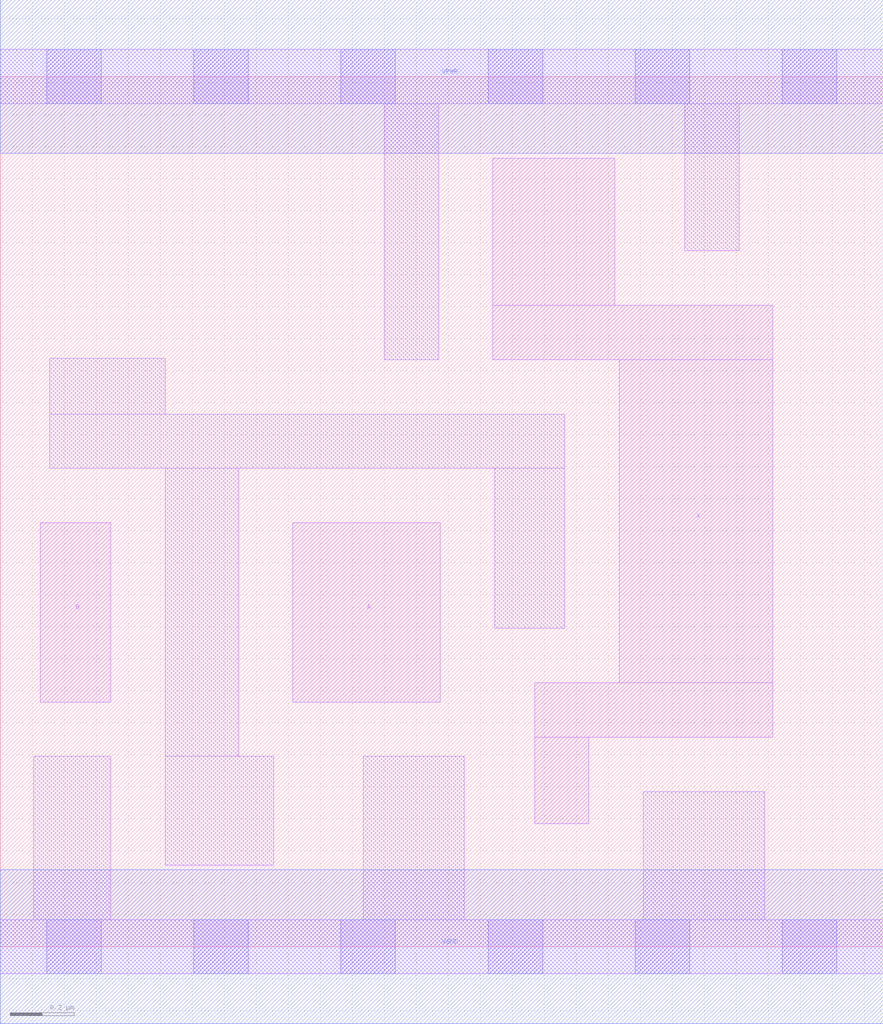
<source format=lef>
# Copyright 2020 The SkyWater PDK Authors
#
# Licensed under the Apache License, Version 2.0 (the "License");
# you may not use this file except in compliance with the License.
# You may obtain a copy of the License at
#
#     https://www.apache.org/licenses/LICENSE-2.0
#
# Unless required by applicable law or agreed to in writing, software
# distributed under the License is distributed on an "AS IS" BASIS,
# WITHOUT WARRANTIES OR CONDITIONS OF ANY KIND, either express or implied.
# See the License for the specific language governing permissions and
# limitations under the License.
#
# SPDX-License-Identifier: Apache-2.0

VERSION 5.7 ;
  NOWIREEXTENSIONATPIN ON ;
  DIVIDERCHAR "/" ;
  BUSBITCHARS "[]" ;
UNITS
  DATABASE MICRONS 200 ;
END UNITS
PROPERTYDEFINITIONS
  MACRO maskLayoutSubType STRING ;
  MACRO prCellType STRING ;
  MACRO originalViewName STRING ;
END PROPERTYDEFINITIONS
MACRO sky130_fd_sc_hdll__or2_2
  CLASS CORE ;
  FOREIGN sky130_fd_sc_hdll__or2_2 ;
  ORIGIN  0.000000  0.000000 ;
  SIZE  2.760000 BY  2.720000 ;
  SYMMETRY X Y R90 ;
  SITE unithd ;
  PIN A
    ANTENNAGATEAREA  0.138600 ;
    DIRECTION INPUT ;
    USE SIGNAL ;
    PORT
      LAYER li1 ;
        RECT 0.915000 0.765000 1.375000 1.325000 ;
    END
  END A
  PIN B
    ANTENNAGATEAREA  0.138600 ;
    DIRECTION INPUT ;
    USE SIGNAL ;
    PORT
      LAYER li1 ;
        RECT 0.125000 0.765000 0.345000 1.325000 ;
    END
  END B
  PIN X
    ANTENNADIFFAREA  0.530500 ;
    DIRECTION OUTPUT ;
    USE SIGNAL ;
    PORT
      LAYER li1 ;
        RECT 1.540000 1.835000 2.415000 2.005000 ;
        RECT 1.540000 2.005000 1.920000 2.465000 ;
        RECT 1.670000 0.385000 1.840000 0.655000 ;
        RECT 1.670000 0.655000 2.415000 0.825000 ;
        RECT 1.935000 0.825000 2.415000 1.835000 ;
    END
  END X
  PIN VGND
    DIRECTION INOUT ;
    USE GROUND ;
    PORT
      LAYER met1 ;
        RECT 0.000000 -0.240000 2.760000 0.240000 ;
    END
  END VGND
  PIN VPWR
    DIRECTION INOUT ;
    USE POWER ;
    PORT
      LAYER met1 ;
        RECT 0.000000 2.480000 2.760000 2.960000 ;
    END
  END VPWR
  OBS
    LAYER li1 ;
      RECT 0.000000 -0.085000 2.760000 0.085000 ;
      RECT 0.000000  2.635000 2.760000 2.805000 ;
      RECT 0.105000  0.085000 0.345000 0.595000 ;
      RECT 0.155000  1.495000 1.765000 1.665000 ;
      RECT 0.155000  1.665000 0.515000 1.840000 ;
      RECT 0.515000  0.255000 0.855000 0.595000 ;
      RECT 0.515000  0.595000 0.745000 1.495000 ;
      RECT 1.135000  0.085000 1.450000 0.595000 ;
      RECT 1.200000  1.835000 1.370000 2.635000 ;
      RECT 1.545000  0.995000 1.765000 1.495000 ;
      RECT 2.010000  0.085000 2.390000 0.485000 ;
      RECT 2.140000  2.175000 2.310000 2.635000 ;
    LAYER mcon ;
      RECT 0.145000 -0.085000 0.315000 0.085000 ;
      RECT 0.145000  2.635000 0.315000 2.805000 ;
      RECT 0.605000 -0.085000 0.775000 0.085000 ;
      RECT 0.605000  2.635000 0.775000 2.805000 ;
      RECT 1.065000 -0.085000 1.235000 0.085000 ;
      RECT 1.065000  2.635000 1.235000 2.805000 ;
      RECT 1.525000 -0.085000 1.695000 0.085000 ;
      RECT 1.525000  2.635000 1.695000 2.805000 ;
      RECT 1.985000 -0.085000 2.155000 0.085000 ;
      RECT 1.985000  2.635000 2.155000 2.805000 ;
      RECT 2.445000 -0.085000 2.615000 0.085000 ;
      RECT 2.445000  2.635000 2.615000 2.805000 ;
  END
  PROPERTY maskLayoutSubType "abstract" ;
  PROPERTY prCellType "standard" ;
  PROPERTY originalViewName "layout" ;
END sky130_fd_sc_hdll__or2_2
END LIBRARY

</source>
